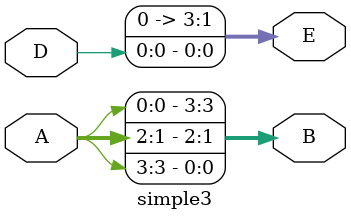
<source format=v>
module simple3(input [3:0] A, input D, output [3:0] B, E);

   // mix up the input bits
   assign B = { A[0], A[2], A[1], A[3] };
   assign E = { D } ;


endmodule
</source>
